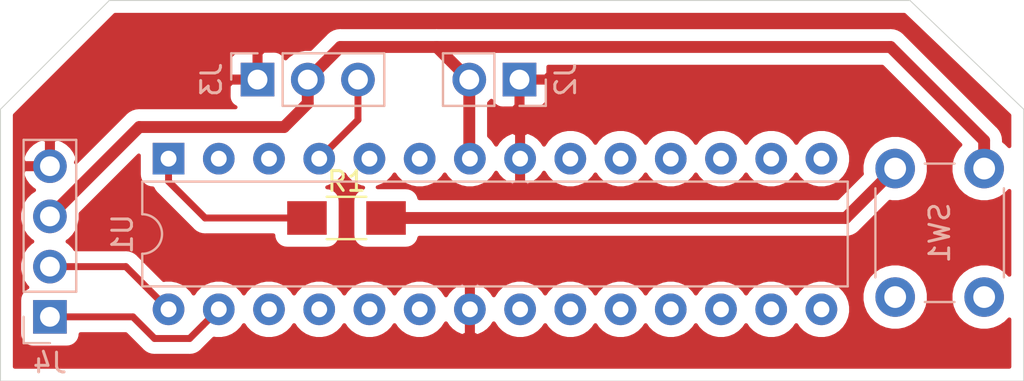
<source format=kicad_pcb>
(kicad_pcb (version 20171130) (host pcbnew "(5.1.5)-3")

  (general
    (thickness 1.6)
    (drawings 6)
    (tracks 28)
    (zones 0)
    (modules 6)
    (nets 8)
  )

  (page A4)
  (layers
    (0 F.Cu signal)
    (31 B.Cu signal)
    (32 B.Adhes user)
    (33 F.Adhes user)
    (34 B.Paste user)
    (35 F.Paste user)
    (36 B.SilkS user)
    (37 F.SilkS user)
    (38 B.Mask user)
    (39 F.Mask user)
    (40 Dwgs.User user)
    (41 Cmts.User user)
    (42 Eco1.User user)
    (43 Eco2.User user)
    (44 Edge.Cuts user)
    (45 Margin user)
    (46 B.CrtYd user)
    (47 F.CrtYd user)
    (48 B.Fab user)
    (49 F.Fab user)
  )

  (setup
    (last_trace_width 0.6)
    (user_trace_width 0.6)
    (trace_clearance 0.5)
    (zone_clearance 0.6)
    (zone_45_only no)
    (trace_min 0.35)
    (via_size 1.1)
    (via_drill 1)
    (via_min_size 0.4)
    (via_min_drill 0.3)
    (uvia_size 0.3)
    (uvia_drill 0.1)
    (uvias_allowed no)
    (uvia_min_size 0.2)
    (uvia_min_drill 0.1)
    (edge_width 0.05)
    (segment_width 0.2)
    (pcb_text_width 0.3)
    (pcb_text_size 1.5 1.5)
    (mod_edge_width 0.12)
    (mod_text_size 1 1)
    (mod_text_width 0.15)
    (pad_size 0.1 0.1)
    (pad_drill 0)
    (pad_to_mask_clearance 0.051)
    (solder_mask_min_width 0.25)
    (aux_axis_origin 0 0)
    (visible_elements 7FFFFFFF)
    (pcbplotparams
      (layerselection 0x01000_7fffffff)
      (usegerberextensions false)
      (usegerberattributes false)
      (usegerberadvancedattributes false)
      (creategerberjobfile false)
      (excludeedgelayer true)
      (linewidth 0.020000)
      (plotframeref false)
      (viasonmask false)
      (mode 1)
      (useauxorigin false)
      (hpglpennumber 1)
      (hpglpenspeed 20)
      (hpglpendiameter 15.000000)
      (psnegative false)
      (psa4output false)
      (plotreference false)
      (plotvalue false)
      (plotinvisibletext false)
      (padsonsilk false)
      (subtractmaskfromsilk false)
      (outputformat 3)
      (mirror false)
      (drillshape 0)
      (scaleselection 1)
      (outputdirectory "svg/"))
  )

  (net 0 "")
  (net 1 GND)
  (net 2 +5V)
  (net 3 "Net-(J3-Pad3)")
  (net 4 "Net-(J4-Pad1)")
  (net 5 "Net-(J4-Pad2)")
  (net 6 "Net-(R1-Pad1)")
  (net 7 "Net-(R1-Pad2)")

  (net_class Default "This is the default net class."
    (clearance 0.5)
    (trace_width 0.35)
    (via_dia 1.1)
    (via_drill 1)
    (uvia_dia 0.3)
    (uvia_drill 0.1)
    (diff_pair_width 0.35)
    (diff_pair_gap 0.25)
    (add_net +5V)
    (add_net GND)
    (add_net "Net-(J3-Pad3)")
    (add_net "Net-(J4-Pad1)")
    (add_net "Net-(J4-Pad2)")
    (add_net "Net-(R1-Pad1)")
    (add_net "Net-(R1-Pad2)")
  )

  (module Package_DIP:DIP-28_W7.62mm (layer B.Cu) (tedit 5A02E8C5) (tstamp 60D8E4AD)
    (at 67 67.25 270)
    (descr "28-lead though-hole mounted DIP package, row spacing 7.62 mm (300 mils)")
    (tags "THT DIP DIL PDIP 2.54mm 7.62mm 300mil")
    (path /60D8E430)
    (fp_text reference U1 (at 3.81 2.33 270) (layer B.SilkS)
      (effects (font (size 1 1) (thickness 0.15)) (justify mirror))
    )
    (fp_text value ATmega328-PU (at 3.81 -35.35 270) (layer B.Fab)
      (effects (font (size 1 1) (thickness 0.15)) (justify mirror))
    )
    (fp_text user %R (at 3.81 -16.51 270) (layer B.Fab)
      (effects (font (size 1 1) (thickness 0.15)) (justify mirror))
    )
    (fp_line (start 8.7 1.55) (end -1.1 1.55) (layer B.CrtYd) (width 0.05))
    (fp_line (start 8.7 -34.55) (end 8.7 1.55) (layer B.CrtYd) (width 0.05))
    (fp_line (start -1.1 -34.55) (end 8.7 -34.55) (layer B.CrtYd) (width 0.05))
    (fp_line (start -1.1 1.55) (end -1.1 -34.55) (layer B.CrtYd) (width 0.05))
    (fp_line (start 6.46 1.33) (end 4.81 1.33) (layer B.SilkS) (width 0.12))
    (fp_line (start 6.46 -34.35) (end 6.46 1.33) (layer B.SilkS) (width 0.12))
    (fp_line (start 1.16 -34.35) (end 6.46 -34.35) (layer B.SilkS) (width 0.12))
    (fp_line (start 1.16 1.33) (end 1.16 -34.35) (layer B.SilkS) (width 0.12))
    (fp_line (start 2.81 1.33) (end 1.16 1.33) (layer B.SilkS) (width 0.12))
    (fp_line (start 0.635 0.27) (end 1.635 1.27) (layer B.Fab) (width 0.1))
    (fp_line (start 0.635 -34.29) (end 0.635 0.27) (layer B.Fab) (width 0.1))
    (fp_line (start 6.985 -34.29) (end 0.635 -34.29) (layer B.Fab) (width 0.1))
    (fp_line (start 6.985 1.27) (end 6.985 -34.29) (layer B.Fab) (width 0.1))
    (fp_line (start 1.635 1.27) (end 6.985 1.27) (layer B.Fab) (width 0.1))
    (fp_arc (start 3.81 1.33) (end 2.81 1.33) (angle 180) (layer B.SilkS) (width 0.12))
    (pad 28 thru_hole oval (at 7.62 0 270) (size 1.6 1.6) (drill 0.8) (layers *.Cu *.Mask)
      (net 5 "Net-(J4-Pad2)"))
    (pad 14 thru_hole oval (at 0 -33.02 270) (size 1.6 1.6) (drill 0.8) (layers *.Cu *.Mask))
    (pad 27 thru_hole oval (at 7.62 -2.54 270) (size 1.6 1.6) (drill 0.8) (layers *.Cu *.Mask)
      (net 4 "Net-(J4-Pad1)"))
    (pad 13 thru_hole oval (at 0 -30.48 270) (size 1.6 1.6) (drill 0.8) (layers *.Cu *.Mask))
    (pad 26 thru_hole oval (at 7.62 -5.08 270) (size 1.6 1.6) (drill 0.8) (layers *.Cu *.Mask))
    (pad 12 thru_hole oval (at 0 -27.94 270) (size 1.6 1.6) (drill 0.8) (layers *.Cu *.Mask))
    (pad 25 thru_hole oval (at 7.62 -7.62 270) (size 1.6 1.6) (drill 0.8) (layers *.Cu *.Mask))
    (pad 11 thru_hole oval (at 0 -25.4 270) (size 1.6 1.6) (drill 0.8) (layers *.Cu *.Mask))
    (pad 24 thru_hole oval (at 7.62 -10.16 270) (size 1.6 1.6) (drill 0.8) (layers *.Cu *.Mask))
    (pad 10 thru_hole oval (at 0 -22.86 270) (size 1.6 1.6) (drill 0.8) (layers *.Cu *.Mask))
    (pad 23 thru_hole oval (at 7.62 -12.7 270) (size 1.6 1.6) (drill 0.8) (layers *.Cu *.Mask))
    (pad 9 thru_hole oval (at 0 -20.32 270) (size 1.6 1.6) (drill 0.8) (layers *.Cu *.Mask))
    (pad 22 thru_hole oval (at 7.62 -15.24 270) (size 1.6 1.6) (drill 0.8) (layers *.Cu *.Mask)
      (net 1 GND))
    (pad 8 thru_hole oval (at 0 -17.78 270) (size 1.6 1.6) (drill 0.8) (layers *.Cu *.Mask)
      (net 1 GND))
    (pad 21 thru_hole oval (at 7.62 -17.78 270) (size 1.6 1.6) (drill 0.8) (layers *.Cu *.Mask))
    (pad 7 thru_hole oval (at 0 -15.24 270) (size 1.6 1.6) (drill 0.8) (layers *.Cu *.Mask)
      (net 2 +5V))
    (pad 20 thru_hole oval (at 7.62 -20.32 270) (size 1.6 1.6) (drill 0.8) (layers *.Cu *.Mask))
    (pad 6 thru_hole oval (at 0 -12.7 270) (size 1.6 1.6) (drill 0.8) (layers *.Cu *.Mask))
    (pad 19 thru_hole oval (at 7.62 -22.86 270) (size 1.6 1.6) (drill 0.8) (layers *.Cu *.Mask))
    (pad 5 thru_hole oval (at 0 -10.16 270) (size 1.6 1.6) (drill 0.8) (layers *.Cu *.Mask))
    (pad 18 thru_hole oval (at 7.62 -25.4 270) (size 1.6 1.6) (drill 0.8) (layers *.Cu *.Mask))
    (pad 4 thru_hole oval (at 0 -7.62 270) (size 1.6 1.6) (drill 0.8) (layers *.Cu *.Mask)
      (net 3 "Net-(J3-Pad3)"))
    (pad 17 thru_hole oval (at 7.62 -27.94 270) (size 1.6 1.6) (drill 0.8) (layers *.Cu *.Mask))
    (pad 3 thru_hole oval (at 0 -5.08 270) (size 1.6 1.6) (drill 0.8) (layers *.Cu *.Mask))
    (pad 16 thru_hole oval (at 7.62 -30.48 270) (size 1.6 1.6) (drill 0.8) (layers *.Cu *.Mask))
    (pad 2 thru_hole oval (at 0 -2.54 270) (size 1.6 1.6) (drill 0.8) (layers *.Cu *.Mask))
    (pad 15 thru_hole oval (at 7.62 -33.02 270) (size 1.6 1.6) (drill 0.8) (layers *.Cu *.Mask))
    (pad 1 thru_hole rect (at 0 0 270) (size 1.6 1.6) (drill 0.8) (layers *.Cu *.Mask)
      (net 6 "Net-(R1-Pad1)"))
    (model ${KISYS3DMOD}/Package_DIP.3dshapes/DIP-28_W7.62mm.wrl
      (at (xyz 0 0 0))
      (scale (xyz 1 1 1))
      (rotate (xyz 0 0 0))
    )
  )

  (module Connector_PinHeader_2.54mm:PinHeader_1x03_P2.54mm_Vertical (layer B.Cu) (tedit 59FED5CC) (tstamp 60D8E454)
    (at 71.5 63.25 270)
    (descr "Through hole straight pin header, 1x03, 2.54mm pitch, single row")
    (tags "Through hole pin header THT 1x03 2.54mm single row")
    (path /60D7C474)
    (fp_text reference J3 (at 0 2.33 270) (layer B.SilkS)
      (effects (font (size 1 1) (thickness 0.15)) (justify mirror))
    )
    (fp_text value DHT (at 0 -7.41 270) (layer B.Fab)
      (effects (font (size 1 1) (thickness 0.15)) (justify mirror))
    )
    (fp_text user %R (at 0 -2.54) (layer B.Fab)
      (effects (font (size 1 1) (thickness 0.15)) (justify mirror))
    )
    (fp_line (start 1.8 1.8) (end -1.8 1.8) (layer B.CrtYd) (width 0.05))
    (fp_line (start 1.8 -6.85) (end 1.8 1.8) (layer B.CrtYd) (width 0.05))
    (fp_line (start -1.8 -6.85) (end 1.8 -6.85) (layer B.CrtYd) (width 0.05))
    (fp_line (start -1.8 1.8) (end -1.8 -6.85) (layer B.CrtYd) (width 0.05))
    (fp_line (start -1.33 1.33) (end 0 1.33) (layer B.SilkS) (width 0.12))
    (fp_line (start -1.33 0) (end -1.33 1.33) (layer B.SilkS) (width 0.12))
    (fp_line (start -1.33 -1.27) (end 1.33 -1.27) (layer B.SilkS) (width 0.12))
    (fp_line (start 1.33 -1.27) (end 1.33 -6.41) (layer B.SilkS) (width 0.12))
    (fp_line (start -1.33 -1.27) (end -1.33 -6.41) (layer B.SilkS) (width 0.12))
    (fp_line (start -1.33 -6.41) (end 1.33 -6.41) (layer B.SilkS) (width 0.12))
    (fp_line (start -1.27 0.635) (end -0.635 1.27) (layer B.Fab) (width 0.1))
    (fp_line (start -1.27 -6.35) (end -1.27 0.635) (layer B.Fab) (width 0.1))
    (fp_line (start 1.27 -6.35) (end -1.27 -6.35) (layer B.Fab) (width 0.1))
    (fp_line (start 1.27 1.27) (end 1.27 -6.35) (layer B.Fab) (width 0.1))
    (fp_line (start -0.635 1.27) (end 1.27 1.27) (layer B.Fab) (width 0.1))
    (pad 3 thru_hole oval (at 0 -5.08 270) (size 1.7 1.7) (drill 1) (layers *.Cu *.Mask)
      (net 3 "Net-(J3-Pad3)"))
    (pad 2 thru_hole oval (at 0 -2.54 270) (size 1.7 1.7) (drill 1) (layers *.Cu *.Mask)
      (net 2 +5V))
    (pad 1 thru_hole rect (at 0 0 270) (size 1.7 1.7) (drill 1) (layers *.Cu *.Mask)
      (net 1 GND))
    (model ${KISYS3DMOD}/Connector_PinHeader_2.54mm.3dshapes/PinHeader_1x03_P2.54mm_Vertical.wrl
      (at (xyz 0 0 0))
      (scale (xyz 1 1 1))
      (rotate (xyz 0 0 0))
    )
  )

  (module Connector_PinHeader_2.54mm:PinHeader_1x02_P2.54mm_Vertical (layer B.Cu) (tedit 59FED5CC) (tstamp 60D8E43D)
    (at 84.75 63.25 90)
    (descr "Through hole straight pin header, 1x02, 2.54mm pitch, single row")
    (tags "Through hole pin header THT 1x02 2.54mm single row")
    (path /60D7B0C0)
    (fp_text reference J2 (at 0 2.33 270) (layer B.SilkS)
      (effects (font (size 1 1) (thickness 0.15)) (justify mirror))
    )
    (fp_text value VCC (at 0 -4.87 270) (layer B.Fab)
      (effects (font (size 1 1) (thickness 0.15)) (justify mirror))
    )
    (fp_text user %R (at 0 -1.27) (layer B.Fab)
      (effects (font (size 1 1) (thickness 0.15)) (justify mirror))
    )
    (fp_line (start 1.8 1.8) (end -1.8 1.8) (layer B.CrtYd) (width 0.05))
    (fp_line (start 1.8 -4.35) (end 1.8 1.8) (layer B.CrtYd) (width 0.05))
    (fp_line (start -1.8 -4.35) (end 1.8 -4.35) (layer B.CrtYd) (width 0.05))
    (fp_line (start -1.8 1.8) (end -1.8 -4.35) (layer B.CrtYd) (width 0.05))
    (fp_line (start -1.33 1.33) (end 0 1.33) (layer B.SilkS) (width 0.12))
    (fp_line (start -1.33 0) (end -1.33 1.33) (layer B.SilkS) (width 0.12))
    (fp_line (start -1.33 -1.27) (end 1.33 -1.27) (layer B.SilkS) (width 0.12))
    (fp_line (start 1.33 -1.27) (end 1.33 -3.87) (layer B.SilkS) (width 0.12))
    (fp_line (start -1.33 -1.27) (end -1.33 -3.87) (layer B.SilkS) (width 0.12))
    (fp_line (start -1.33 -3.87) (end 1.33 -3.87) (layer B.SilkS) (width 0.12))
    (fp_line (start -1.27 0.635) (end -0.635 1.27) (layer B.Fab) (width 0.1))
    (fp_line (start -1.27 -3.81) (end -1.27 0.635) (layer B.Fab) (width 0.1))
    (fp_line (start 1.27 -3.81) (end -1.27 -3.81) (layer B.Fab) (width 0.1))
    (fp_line (start 1.27 1.27) (end 1.27 -3.81) (layer B.Fab) (width 0.1))
    (fp_line (start -0.635 1.27) (end 1.27 1.27) (layer B.Fab) (width 0.1))
    (pad 2 thru_hole oval (at 0 -2.54 90) (size 1.7 1.7) (drill 1) (layers *.Cu *.Mask)
      (net 2 +5V))
    (pad 1 thru_hole rect (at 0 0 90) (size 1.7 1.7) (drill 1) (layers *.Cu *.Mask)
      (net 1 GND))
    (model ${KISYS3DMOD}/Connector_PinHeader_2.54mm.3dshapes/PinHeader_1x02_P2.54mm_Vertical.wrl
      (at (xyz 0 0 0))
      (scale (xyz 1 1 1))
      (rotate (xyz 0 0 0))
    )
  )

  (module Connector_PinHeader_2.54mm:PinHeader_1x04_P2.54mm_Vertical (layer B.Cu) (tedit 59FED5CC) (tstamp 60D8E46C)
    (at 61 75.25)
    (descr "Through hole straight pin header, 1x04, 2.54mm pitch, single row")
    (tags "Through hole pin header THT 1x04 2.54mm single row")
    (path /60D7D065)
    (fp_text reference J4 (at 0 2.33) (layer B.SilkS)
      (effects (font (size 1 1) (thickness 0.15)) (justify mirror))
    )
    (fp_text value OLED (at 0 -9.95) (layer B.Fab)
      (effects (font (size 1 1) (thickness 0.15)) (justify mirror))
    )
    (fp_line (start -0.635 1.27) (end 1.27 1.27) (layer B.Fab) (width 0.1))
    (fp_line (start 1.27 1.27) (end 1.27 -8.89) (layer B.Fab) (width 0.1))
    (fp_line (start 1.27 -8.89) (end -1.27 -8.89) (layer B.Fab) (width 0.1))
    (fp_line (start -1.27 -8.89) (end -1.27 0.635) (layer B.Fab) (width 0.1))
    (fp_line (start -1.27 0.635) (end -0.635 1.27) (layer B.Fab) (width 0.1))
    (fp_line (start -1.33 -8.95) (end 1.33 -8.95) (layer B.SilkS) (width 0.12))
    (fp_line (start -1.33 -1.27) (end -1.33 -8.95) (layer B.SilkS) (width 0.12))
    (fp_line (start 1.33 -1.27) (end 1.33 -8.95) (layer B.SilkS) (width 0.12))
    (fp_line (start -1.33 -1.27) (end 1.33 -1.27) (layer B.SilkS) (width 0.12))
    (fp_line (start -1.33 0) (end -1.33 1.33) (layer B.SilkS) (width 0.12))
    (fp_line (start -1.33 1.33) (end 0 1.33) (layer B.SilkS) (width 0.12))
    (fp_line (start -1.8 1.8) (end -1.8 -9.4) (layer B.CrtYd) (width 0.05))
    (fp_line (start -1.8 -9.4) (end 1.8 -9.4) (layer B.CrtYd) (width 0.05))
    (fp_line (start 1.8 -9.4) (end 1.8 1.8) (layer B.CrtYd) (width 0.05))
    (fp_line (start 1.8 1.8) (end -1.8 1.8) (layer B.CrtYd) (width 0.05))
    (fp_text user %R (at 0 -3.81 -90) (layer B.Fab)
      (effects (font (size 1 1) (thickness 0.15)) (justify mirror))
    )
    (pad 1 thru_hole rect (at 0 0) (size 1.7 1.7) (drill 1) (layers *.Cu *.Mask)
      (net 4 "Net-(J4-Pad1)"))
    (pad 2 thru_hole oval (at 0 -2.54) (size 1.7 1.7) (drill 1) (layers *.Cu *.Mask)
      (net 5 "Net-(J4-Pad2)"))
    (pad 3 thru_hole oval (at 0 -5.08) (size 1.7 1.7) (drill 1) (layers *.Cu *.Mask)
      (net 2 +5V))
    (pad 4 thru_hole oval (at 0 -7.62) (size 1.7 1.7) (drill 1) (layers *.Cu *.Mask)
      (net 1 GND))
    (model ${KISYS3DMOD}/Connector_PinHeader_2.54mm.3dshapes/PinHeader_1x04_P2.54mm_Vertical.wrl
      (at (xyz 0 0 0))
      (scale (xyz 1 1 1))
      (rotate (xyz 0 0 0))
    )
  )

  (module fab:R_1206 (layer F.Cu) (tedit 60020482) (tstamp 60D8E47D)
    (at 76 70.25)
    (descr "Resistor SMD 1206, hand soldering")
    (tags "resistor 1206")
    (path /60D875D3)
    (attr smd)
    (fp_text reference R1 (at 0 -1.85) (layer F.SilkS)
      (effects (font (size 1 1) (thickness 0.15)))
    )
    (fp_text value 10K (at 0 1.9) (layer F.Fab)
      (effects (font (size 1 1) (thickness 0.15)))
    )
    (fp_text user %R (at 0 0) (layer F.Fab)
      (effects (font (size 0.7 0.7) (thickness 0.105)))
    )
    (fp_line (start 3.25 1.1) (end -3.25 1.1) (layer F.CrtYd) (width 0.05))
    (fp_line (start 3.25 1.1) (end 3.25 -1.11) (layer F.CrtYd) (width 0.05))
    (fp_line (start -3.25 -1.11) (end -3.25 1.1) (layer F.CrtYd) (width 0.05))
    (fp_line (start -3.25 -1.11) (end 3.25 -1.11) (layer F.CrtYd) (width 0.05))
    (fp_line (start -1 -1.07) (end 1 -1.07) (layer F.SilkS) (width 0.12))
    (fp_line (start 1 1.07) (end -1 1.07) (layer F.SilkS) (width 0.12))
    (fp_line (start -1.6 -0.8) (end 1.6 -0.8) (layer F.Fab) (width 0.1))
    (fp_line (start 1.6 -0.8) (end 1.6 0.8) (layer F.Fab) (width 0.1))
    (fp_line (start 1.6 0.8) (end -1.6 0.8) (layer F.Fab) (width 0.1))
    (fp_line (start -1.6 0.8) (end -1.6 -0.8) (layer F.Fab) (width 0.1))
    (pad 1 smd rect (at -2 0) (size 2 1.7) (layers F.Cu F.Paste F.Mask)
      (net 6 "Net-(R1-Pad1)"))
    (pad 2 smd rect (at 2 0) (size 2 1.7) (layers F.Cu F.Paste F.Mask)
      (net 7 "Net-(R1-Pad2)"))
    (model ${FAB}/fab.3dshapes/R_1206.step
      (at (xyz 0 0 0))
      (scale (xyz 1 1 1))
      (rotate (xyz 0 0 0))
    )
  )

  (module Button_Switch_THT:SW_PUSH_6mm (layer B.Cu) (tedit 5A02FE31) (tstamp 60E0F156)
    (at 108.25 74.25 90)
    (descr https://www.omron.com/ecb/products/pdf/en-b3f.pdf)
    (tags "tact sw push 6mm")
    (path /60E0F3DF)
    (fp_text reference SW1 (at 3.25 -2.25 270) (layer B.SilkS)
      (effects (font (size 1 1) (thickness 0.15)) (justify mirror))
    )
    (fp_text value RESET (at 3.75 -6.7 270) (layer B.Fab)
      (effects (font (size 1 1) (thickness 0.15)) (justify mirror))
    )
    (fp_text user %R (at 3.25 -2.25 270) (layer B.Fab)
      (effects (font (size 1 1) (thickness 0.15)) (justify mirror))
    )
    (fp_line (start 3.25 0.75) (end 6.25 0.75) (layer B.Fab) (width 0.1))
    (fp_line (start 6.25 0.75) (end 6.25 -5.25) (layer B.Fab) (width 0.1))
    (fp_line (start 6.25 -5.25) (end 0.25 -5.25) (layer B.Fab) (width 0.1))
    (fp_line (start 0.25 -5.25) (end 0.25 0.75) (layer B.Fab) (width 0.1))
    (fp_line (start 0.25 0.75) (end 3.25 0.75) (layer B.Fab) (width 0.1))
    (fp_line (start 7.75 -6) (end 8 -6) (layer B.CrtYd) (width 0.05))
    (fp_line (start 8 -6) (end 8 -5.75) (layer B.CrtYd) (width 0.05))
    (fp_line (start 7.75 1.5) (end 8 1.5) (layer B.CrtYd) (width 0.05))
    (fp_line (start 8 1.5) (end 8 1.25) (layer B.CrtYd) (width 0.05))
    (fp_line (start -1.5 1.25) (end -1.5 1.5) (layer B.CrtYd) (width 0.05))
    (fp_line (start -1.5 1.5) (end -1.25 1.5) (layer B.CrtYd) (width 0.05))
    (fp_line (start -1.5 -5.75) (end -1.5 -6) (layer B.CrtYd) (width 0.05))
    (fp_line (start -1.5 -6) (end -1.25 -6) (layer B.CrtYd) (width 0.05))
    (fp_line (start -1.25 1.5) (end 7.75 1.5) (layer B.CrtYd) (width 0.05))
    (fp_line (start -1.5 -5.75) (end -1.5 1.25) (layer B.CrtYd) (width 0.05))
    (fp_line (start 7.75 -6) (end -1.25 -6) (layer B.CrtYd) (width 0.05))
    (fp_line (start 8 1.25) (end 8 -5.75) (layer B.CrtYd) (width 0.05))
    (fp_line (start 1 -5.5) (end 5.5 -5.5) (layer B.SilkS) (width 0.12))
    (fp_line (start -0.25 -1.5) (end -0.25 -3) (layer B.SilkS) (width 0.12))
    (fp_line (start 5.5 1) (end 1 1) (layer B.SilkS) (width 0.12))
    (fp_line (start 6.75 -3) (end 6.75 -1.5) (layer B.SilkS) (width 0.12))
    (fp_circle (center 3.25 -2.25) (end 1.25 -2.5) (layer B.Fab) (width 0.1))
    (pad 2 thru_hole circle (at 0 -4.5) (size 2 2) (drill 1.1) (layers *.Cu *.Mask)
      (net 7 "Net-(R1-Pad2)"))
    (pad 1 thru_hole circle (at 0 0) (size 2 2) (drill 1.1) (layers *.Cu *.Mask)
      (net 2 +5V))
    (pad 2 thru_hole circle (at 6.5 -4.5) (size 2 2) (drill 1.1) (layers *.Cu *.Mask)
      (net 7 "Net-(R1-Pad2)"))
    (pad 1 thru_hole circle (at 6.5 0) (size 2 2) (drill 1.1) (layers *.Cu *.Mask)
      (net 2 +5V))
    (model ${KISYS3DMOD}/Button_Switch_THT.3dshapes/SW_PUSH_6mm.wrl
      (at (xyz 0 0 0))
      (scale (xyz 1 1 1))
      (rotate (xyz 0 0 0))
    )
  )

  (gr_line (start 110.25 64.75) (end 104.5 59.25) (layer Edge.Cuts) (width 0.05) (tstamp 60DD2B16))
  (gr_line (start 110.25 64.75) (end 110.25 78.5) (layer Edge.Cuts) (width 0.05) (tstamp 60DD2B15))
  (gr_line (start 58.5 64.75) (end 58.5 78.5) (layer Edge.Cuts) (width 0.05))
  (gr_line (start 64 59.25) (end 58.5 64.75) (layer Edge.Cuts) (width 0.05))
  (gr_line (start 104.5 59.25) (end 64 59.25) (layer Edge.Cuts) (width 0.05))
  (gr_line (start 58.5 78.5) (end 110.25 78.5) (layer Edge.Cuts) (width 0.05))

  (segment (start 84.75 67.22) (end 84.78 67.25) (width 0.6) (layer F.Cu) (net 1))
  (segment (start 75.690001 61.599999) (end 74.889999 62.400001) (width 0.6) (layer F.Cu) (net 2))
  (segment (start 80.559999 61.599999) (end 75.690001 61.599999) (width 0.6) (layer F.Cu) (net 2))
  (segment (start 74.889999 62.400001) (end 74.04 63.25) (width 0.6) (layer F.Cu) (net 2))
  (segment (start 82.21 63.25) (end 80.559999 61.599999) (width 0.6) (layer F.Cu) (net 2))
  (segment (start 82.21 67.22) (end 82.24 67.25) (width 0.6) (layer F.Cu) (net 2))
  (segment (start 82.21 63.25) (end 82.21 67.22) (width 0.6) (layer F.Cu) (net 2))
  (segment (start 74.04 64.452081) (end 74.04 63.25) (width 0.6) (layer F.Cu) (net 2))
  (segment (start 72.842082 65.649999) (end 74.04 64.452081) (width 0.6) (layer F.Cu) (net 2))
  (segment (start 65.520001 65.649999) (end 72.842082 65.649999) (width 0.6) (layer F.Cu) (net 2))
  (segment (start 61 70.17) (end 65.520001 65.649999) (width 0.6) (layer F.Cu) (net 2))
  (segment (start 108.25 66.335787) (end 103.514212 61.599999) (width 0.6) (layer F.Cu) (net 2))
  (segment (start 103.514212 61.599999) (end 80.559999 61.599999) (width 0.6) (layer F.Cu) (net 2))
  (segment (start 108.25 67.75) (end 108.25 66.335787) (width 0.6) (layer F.Cu) (net 2))
  (segment (start 67 68.4) (end 67 67.25) (width 0.35) (layer F.Cu) (net 6))
  (segment (start 68.85 70.25) (end 67 68.4) (width 0.35) (layer F.Cu) (net 6))
  (segment (start 74 70.25) (end 68.85 70.25) (width 0.35) (layer F.Cu) (net 6))
  (segment (start 76.58 65.29) (end 74.62 67.25) (width 0.35) (layer F.Cu) (net 3))
  (segment (start 76.58 63.25) (end 76.58 65.29) (width 0.35) (layer F.Cu) (net 3))
  (segment (start 68.740001 75.669999) (end 69.54 74.87) (width 0.35) (layer F.Cu) (net 4))
  (segment (start 68.064999 76.345001) (end 68.740001 75.669999) (width 0.35) (layer F.Cu) (net 4))
  (segment (start 65.196998 75.25) (end 66.291999 76.345001) (width 0.35) (layer F.Cu) (net 4))
  (segment (start 66.291999 76.345001) (end 68.064999 76.345001) (width 0.35) (layer F.Cu) (net 4))
  (segment (start 61 75.25) (end 65.196998 75.25) (width 0.35) (layer F.Cu) (net 4))
  (segment (start 64.84 72.71) (end 67 74.87) (width 0.35) (layer F.Cu) (net 5))
  (segment (start 61 72.71) (end 64.84 72.71) (width 0.35) (layer F.Cu) (net 5))
  (segment (start 101.25 70.25) (end 78 70.25) (width 0.6) (layer F.Cu) (net 7))
  (segment (start 103.75 67.75) (end 101.25 70.25) (width 0.6) (layer F.Cu) (net 7))

  (zone (net 1) (net_name GND) (layer F.Cu) (tstamp 60E0AEA5) (hatch edge 0.508)
    (connect_pads (clearance 0.6))
    (min_thickness 0.2)
    (fill yes (arc_segments 32) (thermal_gap 0.508) (thermal_bridge_width 0.508))
    (polygon
      (pts
        (xy 110.25 64.75) (xy 110.282834 78.5) (xy 58.532834 78.5) (xy 58.532834 64.75) (xy 64.032834 59.25)
        (xy 104.5 59.25)
      )
    )
    (filled_polygon
      (pts
        (xy 109.525 65.059785) (xy 109.525 66.620836) (xy 109.333687 66.429523) (xy 109.251044 66.374303) (xy 109.254838 66.335787)
        (xy 109.23553 66.139753) (xy 109.178349 65.951252) (xy 109.085492 65.777529) (xy 108.99184 65.663413) (xy 108.960528 65.625259)
        (xy 108.922374 65.593947) (xy 104.256061 60.927636) (xy 104.22474 60.889471) (xy 104.07247 60.764507) (xy 103.898747 60.67165)
        (xy 103.710246 60.614469) (xy 103.563332 60.599999) (xy 103.514212 60.595161) (xy 103.465092 60.599999) (xy 80.609119 60.599999)
        (xy 80.559999 60.595161) (xy 80.510879 60.599999) (xy 75.739121 60.599999) (xy 75.690001 60.595161) (xy 75.640881 60.599999)
        (xy 75.493967 60.614469) (xy 75.305466 60.67165) (xy 75.131743 60.764507) (xy 74.979473 60.889471) (xy 74.94816 60.927626)
        (xy 74.21763 61.658158) (xy 74.217625 61.658162) (xy 74.175787 61.7) (xy 73.887338 61.7) (xy 73.587882 61.759565)
        (xy 73.3058 61.876408) (xy 73.051932 62.046036) (xy 72.91847 62.179498) (xy 72.914437 62.166203) (xy 72.85798 62.060579)
        (xy 72.782001 61.967999) (xy 72.689421 61.89202) (xy 72.583797 61.835563) (xy 72.469189 61.800797) (xy 72.35 61.789058)
        (xy 71.806 61.792) (xy 71.654 61.944) (xy 71.654 63.096) (xy 71.674 63.096) (xy 71.674 63.404)
        (xy 71.654 63.404) (xy 71.654 63.424) (xy 71.346 63.424) (xy 71.346 63.404) (xy 70.194 63.404)
        (xy 70.042 63.556) (xy 70.039058 64.1) (xy 70.050797 64.219189) (xy 70.085563 64.333797) (xy 70.14202 64.439421)
        (xy 70.217999 64.532001) (xy 70.310579 64.60798) (xy 70.389191 64.649999) (xy 65.569121 64.649999) (xy 65.520001 64.645161)
        (xy 65.470881 64.649999) (xy 65.323967 64.664469) (xy 65.135466 64.72165) (xy 64.961743 64.814507) (xy 64.809473 64.939471)
        (xy 64.778161 64.977625) (xy 62.313558 67.442229) (xy 62.407903 67.25109) (xy 62.381146 67.162861) (xy 62.263473 66.902389)
        (xy 62.097246 66.669878) (xy 61.888852 66.474264) (xy 61.6463 66.323065) (xy 61.378911 66.222091) (xy 61.154 66.33215)
        (xy 61.154 67.476) (xy 61.174 67.476) (xy 61.174 67.784) (xy 61.154 67.784) (xy 61.154 67.804)
        (xy 60.846 67.804) (xy 60.846 67.784) (xy 59.703111 67.784) (xy 59.592097 68.00891) (xy 59.618854 68.097139)
        (xy 59.736527 68.357611) (xy 59.902754 68.590122) (xy 60.111148 68.785736) (xy 60.19942 68.840762) (xy 60.011932 68.966036)
        (xy 59.796036 69.181932) (xy 59.626408 69.4358) (xy 59.509565 69.717882) (xy 59.45 70.017338) (xy 59.45 70.322662)
        (xy 59.509565 70.622118) (xy 59.626408 70.9042) (xy 59.796036 71.158068) (xy 60.011932 71.373964) (xy 60.110763 71.44)
        (xy 60.011932 71.506036) (xy 59.796036 71.721932) (xy 59.626408 71.9758) (xy 59.509565 72.257882) (xy 59.45 72.557338)
        (xy 59.45 72.862662) (xy 59.509565 73.162118) (xy 59.626408 73.4442) (xy 59.796036 73.698068) (xy 59.859514 73.761546)
        (xy 59.759219 73.815155) (xy 59.65263 73.90263) (xy 59.565155 74.009219) (xy 59.500155 74.130825) (xy 59.460128 74.262776)
        (xy 59.446613 74.4) (xy 59.446613 76.1) (xy 59.460128 76.237224) (xy 59.500155 76.369175) (xy 59.565155 76.490781)
        (xy 59.65263 76.59737) (xy 59.759219 76.684845) (xy 59.880825 76.749845) (xy 60.012776 76.789872) (xy 60.15 76.803387)
        (xy 61.85 76.803387) (xy 61.987224 76.789872) (xy 62.119175 76.749845) (xy 62.240781 76.684845) (xy 62.34737 76.59737)
        (xy 62.434845 76.490781) (xy 62.499845 76.369175) (xy 62.539872 76.237224) (xy 62.550925 76.125) (xy 64.834562 76.125)
        (xy 65.642882 76.93332) (xy 65.670287 76.966713) (xy 65.803523 77.076057) (xy 65.955531 77.157306) (xy 66.082079 77.195695)
        (xy 66.120468 77.20734) (xy 66.291998 77.224234) (xy 66.334977 77.220001) (xy 68.02202 77.220001) (xy 68.064999 77.224234)
        (xy 68.107978 77.220001) (xy 68.236529 77.20734) (xy 68.401467 77.157306) (xy 68.553475 77.076057) (xy 68.686711 76.966713)
        (xy 68.714115 76.933321) (xy 69.296488 76.350949) (xy 69.392263 76.37) (xy 69.687737 76.37) (xy 69.977534 76.312356)
        (xy 70.250517 76.199283) (xy 70.496194 76.035126) (xy 70.705126 75.826194) (xy 70.81 75.66924) (xy 70.914874 75.826194)
        (xy 71.123806 76.035126) (xy 71.369483 76.199283) (xy 71.642466 76.312356) (xy 71.932263 76.37) (xy 72.227737 76.37)
        (xy 72.517534 76.312356) (xy 72.790517 76.199283) (xy 73.036194 76.035126) (xy 73.245126 75.826194) (xy 73.35 75.66924)
        (xy 73.454874 75.826194) (xy 73.663806 76.035126) (xy 73.909483 76.199283) (xy 74.182466 76.312356) (xy 74.472263 76.37)
        (xy 74.767737 76.37) (xy 75.057534 76.312356) (xy 75.330517 76.199283) (xy 75.576194 76.035126) (xy 75.785126 75.826194)
        (xy 75.89 75.66924) (xy 75.994874 75.826194) (xy 76.203806 76.035126) (xy 76.449483 76.199283) (xy 76.722466 76.312356)
        (xy 77.012263 76.37) (xy 77.307737 76.37) (xy 77.597534 76.312356) (xy 77.870517 76.199283) (xy 78.116194 76.035126)
        (xy 78.325126 75.826194) (xy 78.43 75.66924) (xy 78.534874 75.826194) (xy 78.743806 76.035126) (xy 78.989483 76.199283)
        (xy 79.262466 76.312356) (xy 79.552263 76.37) (xy 79.847737 76.37) (xy 80.137534 76.312356) (xy 80.410517 76.199283)
        (xy 80.656194 76.035126) (xy 80.865126 75.826194) (xy 81.029283 75.580517) (xy 81.030187 75.578334) (xy 81.127145 75.732573)
        (xy 81.316808 75.933106) (xy 81.541949 76.092785) (xy 81.793915 76.205473) (xy 81.868958 76.228231) (xy 82.086 76.116523)
        (xy 82.086 75.024) (xy 82.066 75.024) (xy 82.066 74.716) (xy 82.086 74.716) (xy 82.086 73.623477)
        (xy 82.394 73.623477) (xy 82.394 74.716) (xy 82.414 74.716) (xy 82.414 75.024) (xy 82.394 75.024)
        (xy 82.394 76.116523) (xy 82.611042 76.228231) (xy 82.686085 76.205473) (xy 82.938051 76.092785) (xy 83.163192 75.933106)
        (xy 83.352855 75.732573) (xy 83.449813 75.578334) (xy 83.450717 75.580517) (xy 83.614874 75.826194) (xy 83.823806 76.035126)
        (xy 84.069483 76.199283) (xy 84.342466 76.312356) (xy 84.632263 76.37) (xy 84.927737 76.37) (xy 85.217534 76.312356)
        (xy 85.490517 76.199283) (xy 85.736194 76.035126) (xy 85.945126 75.826194) (xy 86.05 75.66924) (xy 86.154874 75.826194)
        (xy 86.363806 76.035126) (xy 86.609483 76.199283) (xy 86.882466 76.312356) (xy 87.172263 76.37) (xy 87.467737 76.37)
        (xy 87.757534 76.312356) (xy 88.030517 76.199283) (xy 88.276194 76.035126) (xy 88.485126 75.826194) (xy 88.59 75.66924)
        (xy 88.694874 75.826194) (xy 88.903806 76.035126) (xy 89.149483 76.199283) (xy 89.422466 76.312356) (xy 89.712263 76.37)
        (xy 90.007737 76.37) (xy 90.297534 76.312356) (xy 90.570517 76.199283) (xy 90.816194 76.035126) (xy 91.025126 75.826194)
        (xy 91.13 75.66924) (xy 91.234874 75.826194) (xy 91.443806 76.035126) (xy 91.689483 76.199283) (xy 91.962466 76.312356)
        (xy 92.252263 76.37) (xy 92.547737 76.37) (xy 92.837534 76.312356) (xy 93.110517 76.199283) (xy 93.356194 76.035126)
        (xy 93.565126 75.826194) (xy 93.67 75.66924) (xy 93.774874 75.826194) (xy 93.983806 76.035126) (xy 94.229483 76.199283)
        (xy 94.502466 76.312356) (xy 94.792263 76.37) (xy 95.087737 76.37) (xy 95.377534 76.312356) (xy 95.650517 76.199283)
        (xy 95.896194 76.035126) (xy 96.105126 75.826194) (xy 96.21 75.66924) (xy 96.314874 75.826194) (xy 96.523806 76.035126)
        (xy 96.769483 76.199283) (xy 97.042466 76.312356) (xy 97.332263 76.37) (xy 97.627737 76.37) (xy 97.917534 76.312356)
        (xy 98.190517 76.199283) (xy 98.436194 76.035126) (xy 98.645126 75.826194) (xy 98.75 75.66924) (xy 98.854874 75.826194)
        (xy 99.063806 76.035126) (xy 99.309483 76.199283) (xy 99.582466 76.312356) (xy 99.872263 76.37) (xy 100.167737 76.37)
        (xy 100.457534 76.312356) (xy 100.730517 76.199283) (xy 100.976194 76.035126) (xy 101.185126 75.826194) (xy 101.349283 75.580517)
        (xy 101.462356 75.307534) (xy 101.52 75.017737) (xy 101.52 74.722263) (xy 101.462356 74.432466) (xy 101.349283 74.159483)
        (xy 101.297888 74.082565) (xy 102.05 74.082565) (xy 102.05 74.417435) (xy 102.11533 74.745872) (xy 102.243479 75.055252)
        (xy 102.429523 75.333687) (xy 102.666313 75.570477) (xy 102.944748 75.756521) (xy 103.254128 75.88467) (xy 103.582565 75.95)
        (xy 103.917435 75.95) (xy 104.245872 75.88467) (xy 104.555252 75.756521) (xy 104.833687 75.570477) (xy 105.070477 75.333687)
        (xy 105.256521 75.055252) (xy 105.38467 74.745872) (xy 105.45 74.417435) (xy 105.45 74.082565) (xy 105.38467 73.754128)
        (xy 105.256521 73.444748) (xy 105.070477 73.166313) (xy 104.833687 72.929523) (xy 104.555252 72.743479) (xy 104.245872 72.61533)
        (xy 103.917435 72.55) (xy 103.582565 72.55) (xy 103.254128 72.61533) (xy 102.944748 72.743479) (xy 102.666313 72.929523)
        (xy 102.429523 73.166313) (xy 102.243479 73.444748) (xy 102.11533 73.754128) (xy 102.05 74.082565) (xy 101.297888 74.082565)
        (xy 101.185126 73.913806) (xy 100.976194 73.704874) (xy 100.730517 73.540717) (xy 100.457534 73.427644) (xy 100.167737 73.37)
        (xy 99.872263 73.37) (xy 99.582466 73.427644) (xy 99.309483 73.540717) (xy 99.063806 73.704874) (xy 98.854874 73.913806)
        (xy 98.75 74.07076) (xy 98.645126 73.913806) (xy 98.436194 73.704874) (xy 98.190517 73.540717) (xy 97.917534 73.427644)
        (xy 97.627737 73.37) (xy 97.332263 73.37) (xy 97.042466 73.427644) (xy 96.769483 73.540717) (xy 96.523806 73.704874)
        (xy 96.314874 73.913806) (xy 96.21 74.07076) (xy 96.105126 73.913806) (xy 95.896194 73.704874) (xy 95.650517 73.540717)
        (xy 95.377534 73.427644) (xy 95.087737 73.37) (xy 94.792263 73.37) (xy 94.502466 73.427644) (xy 94.229483 73.540717)
        (xy 93.983806 73.704874) (xy 93.774874 73.913806) (xy 93.67 74.07076) (xy 93.565126 73.913806) (xy 93.356194 73.704874)
        (xy 93.110517 73.540717) (xy 92.837534 73.427644) (xy 92.547737 73.37) (xy 92.252263 73.37) (xy 91.962466 73.427644)
        (xy 91.689483 73.540717) (xy 91.443806 73.704874) (xy 91.234874 73.913806) (xy 91.13 74.07076) (xy 91.025126 73.913806)
        (xy 90.816194 73.704874) (xy 90.570517 73.540717) (xy 90.297534 73.427644) (xy 90.007737 73.37) (xy 89.712263 73.37)
        (xy 89.422466 73.427644) (xy 89.149483 73.540717) (xy 88.903806 73.704874) (xy 88.694874 73.913806) (xy 88.59 74.07076)
        (xy 88.485126 73.913806) (xy 88.276194 73.704874) (xy 88.030517 73.540717) (xy 87.757534 73.427644) (xy 87.467737 73.37)
        (xy 87.172263 73.37) (xy 86.882466 73.427644) (xy 86.609483 73.540717) (xy 86.363806 73.704874) (xy 86.154874 73.913806)
        (xy 86.05 74.07076) (xy 85.945126 73.913806) (xy 85.736194 73.704874) (xy 85.490517 73.540717) (xy 85.217534 73.427644)
        (xy 84.927737 73.37) (xy 84.632263 73.37) (xy 84.342466 73.427644) (xy 84.069483 73.540717) (xy 83.823806 73.704874)
        (xy 83.614874 73.913806) (xy 83.450717 74.159483) (xy 83.449813 74.161666) (xy 83.352855 74.007427) (xy 83.163192 73.806894)
        (xy 82.938051 73.647215) (xy 82.686085 73.534527) (xy 82.611042 73.511769) (xy 82.394 73.623477) (xy 82.086 73.623477)
        (xy 81.868958 73.511769) (xy 81.793915 73.534527) (xy 81.541949 73.647215) (xy 81.316808 73.806894) (xy 81.127145 74.007427)
        (xy 81.030187 74.161666) (xy 81.029283 74.159483) (xy 80.865126 73.913806) (xy 80.656194 73.704874) (xy 80.410517 73.540717)
        (xy 80.137534 73.427644) (xy 79.847737 73.37) (xy 79.552263 73.37) (xy 79.262466 73.427644) (xy 78.989483 73.540717)
        (xy 78.743806 73.704874) (xy 78.534874 73.913806) (xy 78.43 74.07076) (xy 78.325126 73.913806) (xy 78.116194 73.704874)
        (xy 77.870517 73.540717) (xy 77.597534 73.427644) (xy 77.307737 73.37) (xy 77.012263 73.37) (xy 76.722466 73.427644)
        (xy 76.449483 73.540717) (xy 76.203806 73.704874) (xy 75.994874 73.913806) (xy 75.89 74.07076) (xy 75.785126 73.913806)
        (xy 75.576194 73.704874) (xy 75.330517 73.540717) (xy 75.057534 73.427644) (xy 74.767737 73.37) (xy 74.472263 73.37)
        (xy 74.182466 73.427644) (xy 73.909483 73.540717) (xy 73.663806 73.704874) (xy 73.454874 73.913806) (xy 73.35 74.07076)
        (xy 73.245126 73.913806) (xy 73.036194 73.704874) (xy 72.790517 73.540717) (xy 72.517534 73.427644) (xy 72.227737 73.37)
        (xy 71.932263 73.37) (xy 71.642466 73.427644) (xy 71.369483 73.540717) (xy 71.123806 73.704874) (xy 70.914874 73.913806)
        (xy 70.81 74.07076) (xy 70.705126 73.913806) (xy 70.496194 73.704874) (xy 70.250517 73.540717) (xy 69.977534 73.427644)
        (xy 69.687737 73.37) (xy 69.392263 73.37) (xy 69.102466 73.427644) (xy 68.829483 73.540717) (xy 68.583806 73.704874)
        (xy 68.374874 73.913806) (xy 68.27 74.07076) (xy 68.165126 73.913806) (xy 67.956194 73.704874) (xy 67.710517 73.540717)
        (xy 67.437534 73.427644) (xy 67.147737 73.37) (xy 66.852263 73.37) (xy 66.756487 73.389051) (xy 65.489117 72.121681)
        (xy 65.461712 72.088288) (xy 65.328476 71.978944) (xy 65.176468 71.897695) (xy 65.01153 71.847661) (xy 64.882979 71.835)
        (xy 64.84 71.830767) (xy 64.797021 71.835) (xy 62.279513 71.835) (xy 62.203964 71.721932) (xy 61.988068 71.506036)
        (xy 61.889237 71.44) (xy 61.988068 71.373964) (xy 62.203964 71.158068) (xy 62.373592 70.9042) (xy 62.490435 70.622118)
        (xy 62.55 70.322662) (xy 62.55 70.034212) (xy 65.496613 67.087601) (xy 65.496613 68.05) (xy 65.510128 68.187224)
        (xy 65.550155 68.319175) (xy 65.615155 68.440781) (xy 65.70263 68.54737) (xy 65.809219 68.634845) (xy 65.930825 68.699845)
        (xy 66.062776 68.739872) (xy 66.196558 68.753048) (xy 66.268944 68.888475) (xy 66.378288 69.021712) (xy 66.41168 69.049117)
        (xy 68.200888 70.838325) (xy 68.228288 70.871712) (xy 68.361524 70.981056) (xy 68.513532 71.062305) (xy 68.678469 71.112339)
        (xy 68.849999 71.129233) (xy 68.892978 71.125) (xy 72.299075 71.125) (xy 72.310128 71.237224) (xy 72.350155 71.369175)
        (xy 72.415155 71.490781) (xy 72.50263 71.59737) (xy 72.609219 71.684845) (xy 72.730825 71.749845) (xy 72.862776 71.789872)
        (xy 73 71.803387) (xy 75 71.803387) (xy 75.137224 71.789872) (xy 75.269175 71.749845) (xy 75.390781 71.684845)
        (xy 75.49737 71.59737) (xy 75.584845 71.490781) (xy 75.649845 71.369175) (xy 75.689872 71.237224) (xy 75.703387 71.1)
        (xy 75.703387 69.4) (xy 75.689872 69.262776) (xy 75.649845 69.130825) (xy 75.584845 69.009219) (xy 75.49737 68.90263)
        (xy 75.390781 68.815155) (xy 75.269175 68.750155) (xy 75.137224 68.710128) (xy 75.024167 68.698993) (xy 75.057534 68.692356)
        (xy 75.330517 68.579283) (xy 75.576194 68.415126) (xy 75.785126 68.206194) (xy 75.89 68.04924) (xy 75.994874 68.206194)
        (xy 76.203806 68.415126) (xy 76.449483 68.579283) (xy 76.722466 68.692356) (xy 76.842593 68.716251) (xy 76.730825 68.750155)
        (xy 76.609219 68.815155) (xy 76.50263 68.90263) (xy 76.415155 69.009219) (xy 76.350155 69.130825) (xy 76.310128 69.262776)
        (xy 76.296613 69.4) (xy 76.296613 71.1) (xy 76.310128 71.237224) (xy 76.350155 71.369175) (xy 76.415155 71.490781)
        (xy 76.50263 71.59737) (xy 76.609219 71.684845) (xy 76.730825 71.749845) (xy 76.862776 71.789872) (xy 77 71.803387)
        (xy 79 71.803387) (xy 79.137224 71.789872) (xy 79.269175 71.749845) (xy 79.390781 71.684845) (xy 79.49737 71.59737)
        (xy 79.584845 71.490781) (xy 79.649845 71.369175) (xy 79.685996 71.25) (xy 101.20088 71.25) (xy 101.25 71.254838)
        (xy 101.29912 71.25) (xy 101.446034 71.23553) (xy 101.634535 71.178349) (xy 101.808258 71.085492) (xy 101.960528 70.960528)
        (xy 101.991849 70.922363) (xy 103.483848 69.430364) (xy 103.582565 69.45) (xy 103.917435 69.45) (xy 104.245872 69.38467)
        (xy 104.555252 69.256521) (xy 104.833687 69.070477) (xy 105.070477 68.833687) (xy 105.256521 68.555252) (xy 105.38467 68.245872)
        (xy 105.45 67.917435) (xy 105.45 67.582565) (xy 105.38467 67.254128) (xy 105.256521 66.944748) (xy 105.070477 66.666313)
        (xy 104.833687 66.429523) (xy 104.555252 66.243479) (xy 104.245872 66.11533) (xy 103.917435 66.05) (xy 103.582565 66.05)
        (xy 103.254128 66.11533) (xy 102.944748 66.243479) (xy 102.666313 66.429523) (xy 102.429523 66.666313) (xy 102.243479 66.944748)
        (xy 102.11533 67.254128) (xy 102.05 67.582565) (xy 102.05 67.917435) (xy 102.069636 68.016152) (xy 100.835788 69.25)
        (xy 79.685996 69.25) (xy 79.649845 69.130825) (xy 79.584845 69.009219) (xy 79.49737 68.90263) (xy 79.390781 68.815155)
        (xy 79.269175 68.750155) (xy 79.137224 68.710128) (xy 79 68.696613) (xy 77.576133 68.696613) (xy 77.597534 68.692356)
        (xy 77.870517 68.579283) (xy 78.116194 68.415126) (xy 78.325126 68.206194) (xy 78.43 68.04924) (xy 78.534874 68.206194)
        (xy 78.743806 68.415126) (xy 78.989483 68.579283) (xy 79.262466 68.692356) (xy 79.552263 68.75) (xy 79.847737 68.75)
        (xy 80.137534 68.692356) (xy 80.410517 68.579283) (xy 80.656194 68.415126) (xy 80.865126 68.206194) (xy 80.97 68.04924)
        (xy 81.074874 68.206194) (xy 81.283806 68.415126) (xy 81.529483 68.579283) (xy 81.802466 68.692356) (xy 82.092263 68.75)
        (xy 82.387737 68.75) (xy 82.677534 68.692356) (xy 82.950517 68.579283) (xy 83.196194 68.415126) (xy 83.405126 68.206194)
        (xy 83.569283 67.960517) (xy 83.570187 67.958334) (xy 83.667145 68.112573) (xy 83.856808 68.313106) (xy 84.081949 68.472785)
        (xy 84.333915 68.585473) (xy 84.408958 68.608231) (xy 84.626 68.496523) (xy 84.626 67.404) (xy 84.606 67.404)
        (xy 84.606 67.096) (xy 84.626 67.096) (xy 84.626 66.003477) (xy 84.934 66.003477) (xy 84.934 67.096)
        (xy 84.954 67.096) (xy 84.954 67.404) (xy 84.934 67.404) (xy 84.934 68.496523) (xy 85.151042 68.608231)
        (xy 85.226085 68.585473) (xy 85.478051 68.472785) (xy 85.703192 68.313106) (xy 85.892855 68.112573) (xy 85.989813 67.958334)
        (xy 85.990717 67.960517) (xy 86.154874 68.206194) (xy 86.363806 68.415126) (xy 86.609483 68.579283) (xy 86.882466 68.692356)
        (xy 87.172263 68.75) (xy 87.467737 68.75) (xy 87.757534 68.692356) (xy 88.030517 68.579283) (xy 88.276194 68.415126)
        (xy 88.485126 68.206194) (xy 88.59 68.04924) (xy 88.694874 68.206194) (xy 88.903806 68.415126) (xy 89.149483 68.579283)
        (xy 89.422466 68.692356) (xy 89.712263 68.75) (xy 90.007737 68.75) (xy 90.297534 68.692356) (xy 90.570517 68.579283)
        (xy 90.816194 68.415126) (xy 91.025126 68.206194) (xy 91.13 68.04924) (xy 91.234874 68.206194) (xy 91.443806 68.415126)
        (xy 91.689483 68.579283) (xy 91.962466 68.692356) (xy 92.252263 68.75) (xy 92.547737 68.75) (xy 92.837534 68.692356)
        (xy 93.110517 68.579283) (xy 93.356194 68.415126) (xy 93.565126 68.206194) (xy 93.67 68.04924) (xy 93.774874 68.206194)
        (xy 93.983806 68.415126) (xy 94.229483 68.579283) (xy 94.502466 68.692356) (xy 94.792263 68.75) (xy 95.087737 68.75)
        (xy 95.377534 68.692356) (xy 95.650517 68.579283) (xy 95.896194 68.415126) (xy 96.105126 68.206194) (xy 96.21 68.04924)
        (xy 96.314874 68.206194) (xy 96.523806 68.415126) (xy 96.769483 68.579283) (xy 97.042466 68.692356) (xy 97.332263 68.75)
        (xy 97.627737 68.75) (xy 97.917534 68.692356) (xy 98.190517 68.579283) (xy 98.436194 68.415126) (xy 98.645126 68.206194)
        (xy 98.75 68.04924) (xy 98.854874 68.206194) (xy 99.063806 68.415126) (xy 99.309483 68.579283) (xy 99.582466 68.692356)
        (xy 99.872263 68.75) (xy 100.167737 68.75) (xy 100.457534 68.692356) (xy 100.730517 68.579283) (xy 100.976194 68.415126)
        (xy 101.185126 68.206194) (xy 101.349283 67.960517) (xy 101.462356 67.687534) (xy 101.52 67.397737) (xy 101.52 67.102263)
        (xy 101.462356 66.812466) (xy 101.349283 66.539483) (xy 101.185126 66.293806) (xy 100.976194 66.084874) (xy 100.730517 65.920717)
        (xy 100.457534 65.807644) (xy 100.167737 65.75) (xy 99.872263 65.75) (xy 99.582466 65.807644) (xy 99.309483 65.920717)
        (xy 99.063806 66.084874) (xy 98.854874 66.293806) (xy 98.75 66.45076) (xy 98.645126 66.293806) (xy 98.436194 66.084874)
        (xy 98.190517 65.920717) (xy 97.917534 65.807644) (xy 97.627737 65.75) (xy 97.332263 65.75) (xy 97.042466 65.807644)
        (xy 96.769483 65.920717) (xy 96.523806 66.084874) (xy 96.314874 66.293806) (xy 96.21 66.45076) (xy 96.105126 66.293806)
        (xy 95.896194 66.084874) (xy 95.650517 65.920717) (xy 95.377534 65.807644) (xy 95.087737 65.75) (xy 94.792263 65.75)
        (xy 94.502466 65.807644) (xy 94.229483 65.920717) (xy 93.983806 66.084874) (xy 93.774874 66.293806) (xy 93.67 66.45076)
        (xy 93.565126 66.293806) (xy 93.356194 66.084874) (xy 93.110517 65.920717) (xy 92.837534 65.807644) (xy 92.547737 65.75)
        (xy 92.252263 65.75) (xy 91.962466 65.807644) (xy 91.689483 65.920717) (xy 91.443806 66.084874) (xy 91.234874 66.293806)
        (xy 91.13 66.45076) (xy 91.025126 66.293806) (xy 90.816194 66.084874) (xy 90.570517 65.920717) (xy 90.297534 65.807644)
        (xy 90.007737 65.75) (xy 89.712263 65.75) (xy 89.422466 65.807644) (xy 89.149483 65.920717) (xy 88.903806 66.084874)
        (xy 88.694874 66.293806) (xy 88.59 66.45076) (xy 88.485126 66.293806) (xy 88.276194 66.084874) (xy 88.030517 65.920717)
        (xy 87.757534 65.807644) (xy 87.467737 65.75) (xy 87.172263 65.75) (xy 86.882466 65.807644) (xy 86.609483 65.920717)
        (xy 86.363806 66.084874) (xy 86.154874 66.293806) (xy 85.990717 66.539483) (xy 85.989813 66.541666) (xy 85.892855 66.387427)
        (xy 85.703192 66.186894) (xy 85.478051 66.027215) (xy 85.226085 65.914527) (xy 85.151042 65.891769) (xy 84.934 66.003477)
        (xy 84.626 66.003477) (xy 84.408958 65.891769) (xy 84.333915 65.914527) (xy 84.081949 66.027215) (xy 83.856808 66.186894)
        (xy 83.667145 66.387427) (xy 83.570187 66.541666) (xy 83.569283 66.539483) (xy 83.405126 66.293806) (xy 83.21 66.09868)
        (xy 83.21 64.442032) (xy 83.33153 64.320502) (xy 83.335563 64.333797) (xy 83.39202 64.439421) (xy 83.467999 64.532001)
        (xy 83.560579 64.60798) (xy 83.666203 64.664437) (xy 83.780811 64.699203) (xy 83.9 64.710942) (xy 84.444 64.708)
        (xy 84.596 64.556) (xy 84.596 63.404) (xy 84.904 63.404) (xy 84.904 64.556) (xy 85.056 64.708)
        (xy 85.6 64.710942) (xy 85.719189 64.699203) (xy 85.833797 64.664437) (xy 85.939421 64.60798) (xy 86.032001 64.532001)
        (xy 86.10798 64.439421) (xy 86.164437 64.333797) (xy 86.199203 64.219189) (xy 86.210942 64.1) (xy 86.208 63.556)
        (xy 86.056 63.404) (xy 84.904 63.404) (xy 84.596 63.404) (xy 84.576 63.404) (xy 84.576 63.096)
        (xy 84.596 63.096) (xy 84.596 63.076) (xy 84.904 63.076) (xy 84.904 63.096) (xy 86.056 63.096)
        (xy 86.208 62.944) (xy 86.20986 62.599999) (xy 103.1 62.599999) (xy 107.047918 66.547918) (xy 106.929523 66.666313)
        (xy 106.743479 66.944748) (xy 106.61533 67.254128) (xy 106.55 67.582565) (xy 106.55 67.917435) (xy 106.61533 68.245872)
        (xy 106.743479 68.555252) (xy 106.929523 68.833687) (xy 107.166313 69.070477) (xy 107.444748 69.256521) (xy 107.754128 69.38467)
        (xy 108.082565 69.45) (xy 108.417435 69.45) (xy 108.745872 69.38467) (xy 109.055252 69.256521) (xy 109.333687 69.070477)
        (xy 109.525 68.879164) (xy 109.525001 73.120837) (xy 109.333687 72.929523) (xy 109.055252 72.743479) (xy 108.745872 72.61533)
        (xy 108.417435 72.55) (xy 108.082565 72.55) (xy 107.754128 72.61533) (xy 107.444748 72.743479) (xy 107.166313 72.929523)
        (xy 106.929523 73.166313) (xy 106.743479 73.444748) (xy 106.61533 73.754128) (xy 106.55 74.082565) (xy 106.55 74.417435)
        (xy 106.61533 74.745872) (xy 106.743479 75.055252) (xy 106.929523 75.333687) (xy 107.166313 75.570477) (xy 107.444748 75.756521)
        (xy 107.754128 75.88467) (xy 108.082565 75.95) (xy 108.417435 75.95) (xy 108.745872 75.88467) (xy 109.055252 75.756521)
        (xy 109.333687 75.570477) (xy 109.525001 75.379163) (xy 109.525001 77.775) (xy 59.225 77.775) (xy 59.225 67.25109)
        (xy 59.592097 67.25109) (xy 59.703111 67.476) (xy 60.846 67.476) (xy 60.846 66.33215) (xy 60.621089 66.222091)
        (xy 60.3537 66.323065) (xy 60.111148 66.474264) (xy 59.902754 66.669878) (xy 59.736527 66.902389) (xy 59.618854 67.162861)
        (xy 59.592097 67.25109) (xy 59.225 67.25109) (xy 59.225 65.050304) (xy 61.875304 62.4) (xy 70.039058 62.4)
        (xy 70.042 62.944) (xy 70.194 63.096) (xy 71.346 63.096) (xy 71.346 61.944) (xy 71.194 61.792)
        (xy 70.65 61.789058) (xy 70.530811 61.800797) (xy 70.416203 61.835563) (xy 70.310579 61.89202) (xy 70.217999 61.967999)
        (xy 70.14202 62.060579) (xy 70.085563 62.166203) (xy 70.050797 62.280811) (xy 70.039058 62.4) (xy 61.875304 62.4)
        (xy 64.300305 59.975) (xy 104.20909 59.975)
      )
    )
  )
)

</source>
